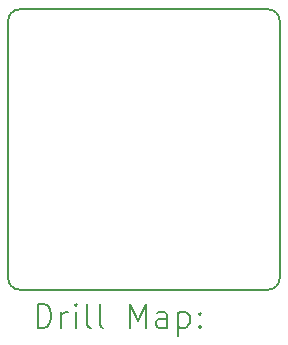
<source format=gbr>
%TF.GenerationSoftware,KiCad,Pcbnew,9.0.4*%
%TF.CreationDate,2025-12-19T17:29:33-05:00*%
%TF.ProjectId,AD5689RARUZ-RL7_breakboard,41443536-3839-4524-9152-555a2d524c37,rev?*%
%TF.SameCoordinates,Original*%
%TF.FileFunction,Drillmap*%
%TF.FilePolarity,Positive*%
%FSLAX45Y45*%
G04 Gerber Fmt 4.5, Leading zero omitted, Abs format (unit mm)*
G04 Created by KiCad (PCBNEW 9.0.4) date 2025-12-19 17:29:33*
%MOMM*%
%LPD*%
G01*
G04 APERTURE LIST*
%ADD10C,0.200000*%
G04 APERTURE END LIST*
D10*
X13275000Y-8450000D02*
X13275000Y-6275000D01*
X13275000Y-6275000D02*
G75*
G02*
X13375000Y-6175000I100000J0D01*
G01*
X13375000Y-8550000D02*
G75*
G02*
X13275000Y-8450000I0J100000D01*
G01*
X15575000Y-8450000D02*
G75*
G02*
X15475000Y-8550000I-100000J0D01*
G01*
X15575000Y-6275000D02*
X15575000Y-8450000D01*
X13375000Y-6175000D02*
X15475000Y-6175000D01*
X13375000Y-8550000D02*
X15475000Y-8550000D01*
X15475000Y-6175000D02*
G75*
G02*
X15575000Y-6275000I0J-100000D01*
G01*
X13525777Y-8871484D02*
X13525777Y-8671484D01*
X13525777Y-8671484D02*
X13573396Y-8671484D01*
X13573396Y-8671484D02*
X13601967Y-8681008D01*
X13601967Y-8681008D02*
X13621015Y-8700055D01*
X13621015Y-8700055D02*
X13630539Y-8719103D01*
X13630539Y-8719103D02*
X13640062Y-8757198D01*
X13640062Y-8757198D02*
X13640062Y-8785770D01*
X13640062Y-8785770D02*
X13630539Y-8823865D01*
X13630539Y-8823865D02*
X13621015Y-8842912D01*
X13621015Y-8842912D02*
X13601967Y-8861960D01*
X13601967Y-8861960D02*
X13573396Y-8871484D01*
X13573396Y-8871484D02*
X13525777Y-8871484D01*
X13725777Y-8871484D02*
X13725777Y-8738150D01*
X13725777Y-8776246D02*
X13735301Y-8757198D01*
X13735301Y-8757198D02*
X13744824Y-8747674D01*
X13744824Y-8747674D02*
X13763872Y-8738150D01*
X13763872Y-8738150D02*
X13782920Y-8738150D01*
X13849586Y-8871484D02*
X13849586Y-8738150D01*
X13849586Y-8671484D02*
X13840062Y-8681008D01*
X13840062Y-8681008D02*
X13849586Y-8690531D01*
X13849586Y-8690531D02*
X13859110Y-8681008D01*
X13859110Y-8681008D02*
X13849586Y-8671484D01*
X13849586Y-8671484D02*
X13849586Y-8690531D01*
X13973396Y-8871484D02*
X13954348Y-8861960D01*
X13954348Y-8861960D02*
X13944824Y-8842912D01*
X13944824Y-8842912D02*
X13944824Y-8671484D01*
X14078158Y-8871484D02*
X14059110Y-8861960D01*
X14059110Y-8861960D02*
X14049586Y-8842912D01*
X14049586Y-8842912D02*
X14049586Y-8671484D01*
X14306729Y-8871484D02*
X14306729Y-8671484D01*
X14306729Y-8671484D02*
X14373396Y-8814341D01*
X14373396Y-8814341D02*
X14440062Y-8671484D01*
X14440062Y-8671484D02*
X14440062Y-8871484D01*
X14621015Y-8871484D02*
X14621015Y-8766722D01*
X14621015Y-8766722D02*
X14611491Y-8747674D01*
X14611491Y-8747674D02*
X14592443Y-8738150D01*
X14592443Y-8738150D02*
X14554348Y-8738150D01*
X14554348Y-8738150D02*
X14535301Y-8747674D01*
X14621015Y-8861960D02*
X14601967Y-8871484D01*
X14601967Y-8871484D02*
X14554348Y-8871484D01*
X14554348Y-8871484D02*
X14535301Y-8861960D01*
X14535301Y-8861960D02*
X14525777Y-8842912D01*
X14525777Y-8842912D02*
X14525777Y-8823865D01*
X14525777Y-8823865D02*
X14535301Y-8804817D01*
X14535301Y-8804817D02*
X14554348Y-8795293D01*
X14554348Y-8795293D02*
X14601967Y-8795293D01*
X14601967Y-8795293D02*
X14621015Y-8785770D01*
X14716253Y-8738150D02*
X14716253Y-8938150D01*
X14716253Y-8747674D02*
X14735301Y-8738150D01*
X14735301Y-8738150D02*
X14773396Y-8738150D01*
X14773396Y-8738150D02*
X14792443Y-8747674D01*
X14792443Y-8747674D02*
X14801967Y-8757198D01*
X14801967Y-8757198D02*
X14811491Y-8776246D01*
X14811491Y-8776246D02*
X14811491Y-8833389D01*
X14811491Y-8833389D02*
X14801967Y-8852436D01*
X14801967Y-8852436D02*
X14792443Y-8861960D01*
X14792443Y-8861960D02*
X14773396Y-8871484D01*
X14773396Y-8871484D02*
X14735301Y-8871484D01*
X14735301Y-8871484D02*
X14716253Y-8861960D01*
X14897205Y-8852436D02*
X14906729Y-8861960D01*
X14906729Y-8861960D02*
X14897205Y-8871484D01*
X14897205Y-8871484D02*
X14887682Y-8861960D01*
X14887682Y-8861960D02*
X14897205Y-8852436D01*
X14897205Y-8852436D02*
X14897205Y-8871484D01*
X14897205Y-8747674D02*
X14906729Y-8757198D01*
X14906729Y-8757198D02*
X14897205Y-8766722D01*
X14897205Y-8766722D02*
X14887682Y-8757198D01*
X14887682Y-8757198D02*
X14897205Y-8747674D01*
X14897205Y-8747674D02*
X14897205Y-8766722D01*
M02*

</source>
